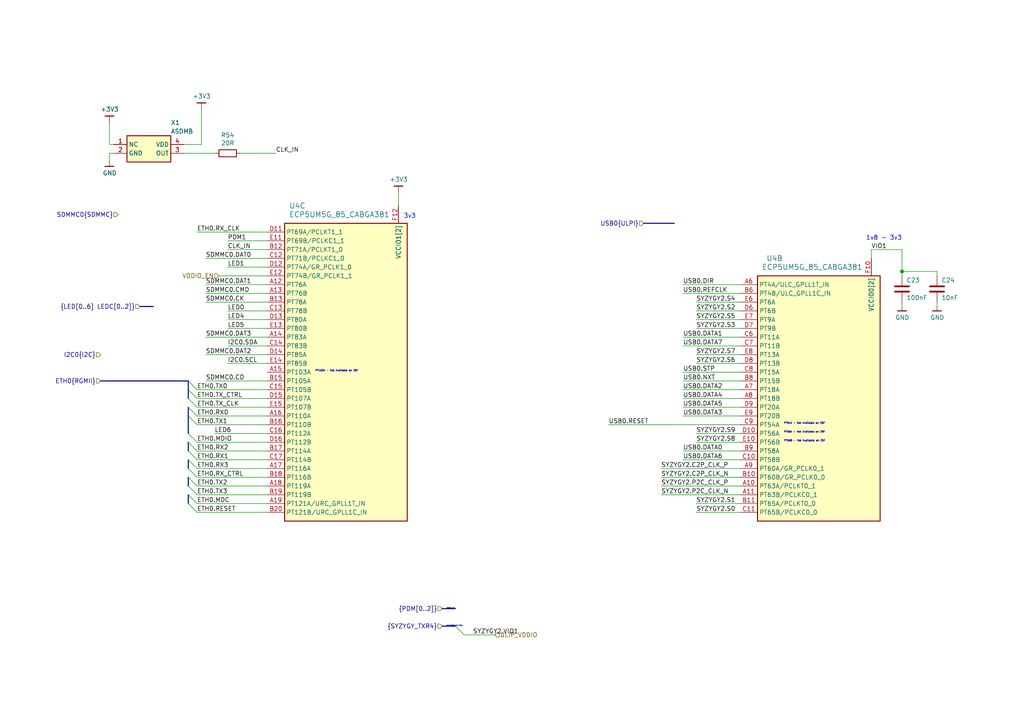
<source format=kicad_sch>
(kicad_sch (version 20200618) (host eeschema "5.99.0-unknown-73168a9~101~ubuntu18.04.1")
  (page 1 18)
  (paper "A4")
  (lib_symbols
    (symbol "Device:C" (pin_numbers hide) (pin_names (offset 0.254))
      (property "Reference" "C" (at 0.635 2.54 0))
      (property "Value" "C" (at 0.635 -2.54 0))
      (symbol "C_0_1"
        (polyline (pts (xy -2.032 -0.762) (xy 2.032 -0.762)) (stroke (width 0.508)))
        (polyline (pts (xy -2.032 0.762) (xy 2.032 0.762)) (stroke (width 0.508)))
      )
      (symbol "C_1_1"
        (pin passive line (at 0 3.81 270) (length 2.794) (name "~") (number "1"))
        (pin passive line (at 0 -3.81 90) (length 2.794) (name "~") (number "2"))
      )
    )
    (symbol "Device:R" (pin_numbers hide) (pin_names (offset 0))
      (property "Reference" "R" (at 2.032 0 90))
      (property "Value" "R" (at 0 0 90))
      (symbol "R_0_1"
        (rectangle (start -1.016 -2.54) (end 1.016 2.54) (stroke (width 0.254)))
      )
      (symbol "R_1_1"
        (pin passive line (at 0 3.81 270) (length 1.27) (name "~") (number "1"))
        (pin passive line (at 0 -3.81 90) (length 1.27) (name "~") (number "2"))
      )
    )
    (symbol "gkl_lattice:ECP5UM5G_85_CABGA381"
      (property "Reference" "U" (at 3.81 6.35 0))
      (property "Value" "ECP5UM5G_85_CABGA381" (at 3.81 3.81 0))
      (symbol "ECP5UM5G_85_CABGA381_1_1"
        (rectangle (start 5.08 16.51) (end 43.18 -11.43) (stroke (width 0.3048)) (fill (type background)))
        (pin power_in line (at 40.64 -16.51 90) (length 5.08) (name "GND[85]") (number "B14"))
        (pin power_in line (at 40.64 -16.51 90) (length 5.08) (name "GND[85]") (number "B7"))
        (pin power_in line (at 40.64 -16.51 90) (length 5.08) (name "GND[85]") (number "C19"))
        (pin power_in line (at 40.64 -16.51 90) (length 5.08) (name "GND[85]") (number "D4"))
        (pin power_in line (at 40.64 -16.51 90) (length 5.08) (name "GND[85]") (number "F13"))
        (pin power_in line (at 40.64 -16.51 90) (length 5.08) (name "GND[85]") (number "F14"))
        (pin power_in line (at 17.78 21.59 270) (length 5.08) (name "VCCAUX[4]") (number "F15"))
        (pin power_in line (at 17.78 21.59 270) (length 5.08) (name "VCCAUX[4]") (number "F6"))
        (pin power_in line (at 40.64 -16.51 90) (length 5.08) (name "GND[85]") (number "F7"))
        (pin power_in line (at 40.64 -16.51 90) (length 5.08) (name "GND[85]") (number "F8"))
        (pin power_in line (at 40.64 -16.51 90) (length 5.08) (name "GND[85]") (number "G10"))
        (pin power_in line (at 40.64 -16.51 90) (length 5.08) (name "GND[85]") (number "G11"))
        (pin power_in line (at 40.64 -16.51 90) (length 5.08) (name "GND[85]") (number "G12"))
        (pin power_in line (at 40.64 -16.51 90) (length 5.08) (name "GND[85]") (number "G13"))
        (pin power_in line (at 40.64 -16.51 90) (length 5.08) (name "GND[85]") (number "G14"))
        (pin power_in line (at 40.64 -16.51 90) (length 5.08) (name "GND[85]") (number "G15"))
        (pin power_in line (at 40.64 -16.51 90) (length 5.08) (name "GND[85]") (number "G17"))
        (pin power_in line (at 40.64 -16.51 90) (length 5.08) (name "GND[85]") (number "G4"))
        (pin power_in line (at 40.64 -16.51 90) (length 5.08) (name "GND[85]") (number "G6"))
        (pin power_in line (at 40.64 -16.51 90) (length 5.08) (name "GND[85]") (number "G7"))
        (pin power_in line (at 40.64 -16.51 90) (length 5.08) (name "GND[85]") (number "G8"))
        (pin power_in line (at 40.64 -16.51 90) (length 5.08) (name "GND[85]") (number "G9"))
        (pin power_in line (at 40.64 21.59 270) (length 5.08) (name "VCC[20]") (number "H10"))
        (pin power_in line (at 40.64 21.59 270) (length 5.08) (name "VCC[20]") (number "H11"))
        (pin power_in line (at 40.64 21.59 270) (length 5.08) (name "VCC[20]") (number "H12"))
        (pin power_in line (at 40.64 21.59 270) (length 5.08) (name "VCC[20]") (number "H13"))
        (pin power_in line (at 40.64 -16.51 90) (length 5.08) (name "GND[85]") (number "H19"))
        (pin power_in line (at 40.64 21.59 270) (length 5.08) (name "VCC[20]") (number "H8"))
        (pin power_in line (at 40.64 21.59 270) (length 5.08) (name "VCC[20]") (number "H9"))
        (pin power_in line (at 40.64 -16.51 90) (length 5.08) (name "GND[85]") (number "J10"))
        (pin power_in line (at 40.64 -16.51 90) (length 5.08) (name "GND[85]") (number "J11"))
        (pin power_in line (at 40.64 -16.51 90) (length 5.08) (name "GND[85]") (number "J12"))
        (pin power_in line (at 40.64 21.59 270) (length 5.08) (name "VCC[20]") (number "J13"))
        (pin power_in line (at 40.64 -16.51 90) (length 5.08) (name "GND[85]") (number "J14"))
        (pin power_in line (at 40.64 -16.51 90) (length 5.08) (name "GND[85]") (number "J2"))
        (pin power_in line (at 40.64 -16.51 90) (length 5.08) (name "GND[85]") (number "J7"))
        (pin power_in line (at 40.64 21.59 270) (length 5.08) (name "VCC[20]") (number "J8"))
        (pin power_in line (at 40.64 -16.51 90) (length 5.08) (name "GND[85]") (number "J9"))
        (pin power_in line (at 40.64 -16.51 90) (length 5.08) (name "GND[85]") (number "K10"))
        (pin power_in line (at 40.64 -16.51 90) (length 5.08) (name "GND[85]") (number "K11"))
        (pin power_in line (at 40.64 -16.51 90) (length 5.08) (name "GND[85]") (number "K12"))
        (pin power_in line (at 40.64 21.59 270) (length 5.08) (name "VCC[20]") (number "K13"))
        (pin power_in line (at 40.64 -16.51 90) (length 5.08) (name "GND[85]") (number "K14"))
        (pin power_in line (at 40.64 -16.51 90) (length 5.08) (name "GND[85]") (number "K15"))
        (pin power_in line (at 40.64 -16.51 90) (length 5.08) (name "GND[85]") (number "K6"))
        (pin power_in line (at 40.64 -16.51 90) (length 5.08) (name "GND[85]") (number "K7"))
        (pin power_in line (at 40.64 21.59 270) (length 5.08) (name "VCC[20]") (number "K8"))
        (pin power_in line (at 40.64 -16.51 90) (length 5.08) (name "GND[85]") (number "K9"))
        (pin power_in line (at 40.64 -16.51 90) (length 5.08) (name "GND[85]") (number "L10"))
        (pin power_in line (at 40.64 -16.51 90) (length 5.08) (name "GND[85]") (number "L11"))
        (pin power_in line (at 40.64 -16.51 90) (length 5.08) (name "GND[85]") (number "L12"))
        (pin power_in line (at 40.64 21.59 270) (length 5.08) (name "VCC[20]") (number "L13"))
        (pin power_in line (at 40.64 21.59 270) (length 5.08) (name "VCC[20]") (number "L8"))
        (pin power_in line (at 40.64 -16.51 90) (length 5.08) (name "GND[85]") (number "L9"))
        (pin power_in line (at 40.64 -16.51 90) (length 5.08) (name "GND[85]") (number "M10"))
        (pin power_in line (at 40.64 -16.51 90) (length 5.08) (name "GND[85]") (number "M11"))
        (pin power_in line (at 40.64 -16.51 90) (length 5.08) (name "GND[85]") (number "M12"))
        (pin power_in line (at 40.64 21.59 270) (length 5.08) (name "VCC[20]") (number "M13"))
        (pin power_in line (at 40.64 -16.51 90) (length 5.08) (name "GND[85]") (number "M14"))
        (pin power_in line (at 40.64 -16.51 90) (length 5.08) (name "GND[85]") (number "M16"))
        (pin power_in line (at 40.64 -16.51 90) (length 5.08) (name "GND[85]") (number "M2"))
        (pin power_in line (at 40.64 -16.51 90) (length 5.08) (name "GND[85]") (number "M7"))
        (pin power_in line (at 40.64 21.59 270) (length 5.08) (name "VCC[20]") (number "M8"))
        (pin power_in line (at 40.64 -16.51 90) (length 5.08) (name "GND[85]") (number "M9"))
        (pin power_in line (at 40.64 21.59 270) (length 5.08) (name "VCC[20]") (number "N10"))
        (pin power_in line (at 40.64 21.59 270) (length 5.08) (name "VCC[20]") (number "N11"))
        (pin power_in line (at 40.64 21.59 270) (length 5.08) (name "VCC[20]") (number "N12"))
        (pin power_in line (at 40.64 21.59 270) (length 5.08) (name "VCC[20]") (number "N13"))
        (pin power_in line (at 40.64 -16.51 90) (length 5.08) (name "GND[85]") (number "N14"))
        (pin power_in line (at 40.64 -16.51 90) (length 5.08) (name "GND[85]") (number "N15"))
        (pin power_in line (at 40.64 -16.51 90) (length 5.08) (name "GND[85]") (number "N6"))
        (pin power_in line (at 40.64 -16.51 90) (length 5.08) (name "GND[85]") (number "N7"))
        (pin power_in line (at 40.64 21.59 270) (length 5.08) (name "VCC[20]") (number "N8"))
        (pin power_in line (at 40.64 21.59 270) (length 5.08) (name "VCC[20]") (number "N9"))
        (pin power_in line (at 40.64 -16.51 90) (length 5.08) (name "GND[85]") (number "P11"))
        (pin power_in line (at 40.64 -16.51 90) (length 5.08) (name "GND[85]") (number "P12"))
        (pin power_in line (at 40.64 -16.51 90) (length 5.08) (name "GND[85]") (number "P13"))
        (pin power_in line (at 40.64 -16.51 90) (length 5.08) (name "GND[85]") (number "P14"))
        (pin power_in line (at 17.78 21.59 270) (length 5.08) (name "VCCAUX[4]") (number "P15"))
        (pin power_in line (at 17.78 21.59 270) (length 5.08) (name "VCCAUX[4]") (number "P6"))
        (pin power_in line (at 40.64 -16.51 90) (length 5.08) (name "GND[85]") (number "P7"))
        (pin power_in line (at 40.64 -16.51 90) (length 5.08) (name "GND[85]") (number "P8"))
        (pin power_in line (at 40.64 -16.51 90) (length 5.08) (name "GND[85]") (number "R19"))
        (pin power_in line (at 35.56 21.59 270) (length 5.08) (name "VCCHTX1_D0CH1") (number "T10"))
        (pin power_in line (at 33.02 21.59 270) (length 5.08) (name "VCCHTX0_D1CH0") (number "T11"))
        (pin power_in line (at 22.86 21.59 270) (length 5.08) (name "VCCHRX0_D1CH0") (number "T12"))
        (pin power_in line (at 27.94 21.59 270) (length 5.08) (name "VCCHRX1_D1CH1") (number "T13"))
        (pin power_in line (at 38.1 21.59 270) (length 5.08) (name "VCCHTX1_D1CH1") (number "T14"))
        (pin power_in line (at 10.16 21.59 270) (length 5.08) (name "VCCA1[2]") (number "T15"))
        (pin power_in line (at 7.62 21.59 270) (length 5.08) (name "VCCA0[2]") (number "T6"))
        (pin power_in line (at 30.48 21.59 270) (length 5.08) (name "VCCHTX0_D0CH0") (number "T7"))
        (pin power_in line (at 20.32 21.59 270) (length 5.08) (name "VCCHRX0_D0CH0") (number "T8"))
        (pin power_in line (at 25.4 21.59 270) (length 5.08) (name "VCCHRX1_D0CH1") (number "T9"))
        (pin power_in line (at 40.64 -16.51 90) (length 5.08) (name "GND[85]") (number "U10"))
        (pin power_in line (at 40.64 -16.51 90) (length 5.08) (name "GND[85]") (number "U11"))
        (pin power_in line (at 40.64 -16.51 90) (length 5.08) (name "GND[85]") (number "U12"))
        (pin power_in line (at 40.64 -16.51 90) (length 5.08) (name "GND[85]") (number "U13"))
        (pin power_in line (at 40.64 -16.51 90) (length 5.08) (name "GND[85]") (number "U14"))
        (pin power_in line (at 10.16 21.59 270) (length 5.08) (name "VCCA1[2]") (number "U15"))
        (pin power_in line (at 7.62 21.59 270) (length 5.08) (name "VCCA0[2]") (number "U6"))
        (pin power_in line (at 40.64 -16.51 90) (length 5.08) (name "GND[85]") (number "U7"))
        (pin power_in line (at 40.64 -16.51 90) (length 5.08) (name "GND[85]") (number "U8"))
        (pin power_in line (at 40.64 -16.51 90) (length 5.08) (name "GND[85]") (number "U9"))
        (pin power_in line (at 12.7 21.59 270) (length 5.08) (name "VCCAUXA0[2]") (number "V10"))
        (pin power_in line (at 12.7 21.59 270) (length 5.08) (name "VCCAUXA0[2]") (number "V11"))
        (pin power_in line (at 40.64 -16.51 90) (length 5.08) (name "GND[85]") (number "V12"))
        (pin power_in line (at 40.64 -16.51 90) (length 5.08) (name "GND[85]") (number "V13"))
        (pin power_in line (at 40.64 -16.51 90) (length 5.08) (name "GND[85]") (number "V14"))
        (pin power_in line (at 40.64 -16.51 90) (length 5.08) (name "GND[85]") (number "V15"))
        (pin power_in line (at 40.64 -16.51 90) (length 5.08) (name "GND[85]") (number "V16"))
        (pin power_in line (at 15.24 21.59 270) (length 5.08) (name "VCCAUXA1[2]") (number "V17"))
        (pin power_in line (at 15.24 21.59 270) (length 5.08) (name "VCCAUXA1[2]") (number "V18"))
        (pin power_in line (at 40.64 -16.51 90) (length 5.08) (name "GND[85]") (number "V19"))
        (pin power_in line (at 40.64 -16.51 90) (length 5.08) (name "GND[85]") (number "V20"))
        (pin power_in line (at 40.64 -16.51 90) (length 5.08) (name "GND[85]") (number "V5"))
        (pin power_in line (at 40.64 -16.51 90) (length 5.08) (name "GND[85]") (number "V6"))
        (pin power_in line (at 40.64 -16.51 90) (length 5.08) (name "GND[85]") (number "V7"))
        (pin power_in line (at 40.64 -16.51 90) (length 5.08) (name "GND[85]") (number "V8"))
        (pin power_in line (at 40.64 -16.51 90) (length 5.08) (name "GND[85]") (number "V9"))
        (pin bidirectional line (at 0 0 0) (length 5.08) (name "RESERVED") (number "W10"))
        (pin bidirectional line (at 0 -2.54 0) (length 5.08) (name "RESERVED") (number "W11"))
        (pin power_in line (at 40.64 -16.51 90) (length 5.08) (name "GND[85]") (number "W12"))
        (pin power_in line (at 40.64 -16.51 90) (length 5.08) (name "GND[85]") (number "W15"))
        (pin power_in line (at 40.64 -16.51 90) (length 5.08) (name "GND[85]") (number "W16"))
        (pin power_in line (at 40.64 -16.51 90) (length 5.08) (name "GND[85]") (number "W19"))
        (pin power_in line (at 40.64 -16.51 90) (length 5.08) (name "GND[85]") (number "W6"))
        (pin power_in line (at 40.64 -16.51 90) (length 5.08) (name "GND[85]") (number "W7"))
      )
      (symbol "ECP5UM5G_85_CABGA381_2_1"
        (rectangle (start 5.08 2.54) (end 40.64 -68.58) (stroke (width 0.3048)) (fill (type background)))
        (pin bidirectional line (at 0 -58.42 0) (length 5.08) (name "PT63A/PCLKT0_1") (number "A10"))
        (pin bidirectional line (at 0 -60.96 0) (length 5.08) (name "PT63B/PCLKC0_1") (number "A11"))
        (pin bidirectional line (at 0 0 0) (length 5.08) (name "PT4A/ULC_GPLL1T_IN") (number "A6"))
        (pin bidirectional line (at 0 -30.48 0) (length 5.08) (name "PT18A") (number "A7"))
        (pin bidirectional line (at 0 -33.02 0) (length 5.08) (name "PT18B") (number "A8"))
        (pin bidirectional line (at 0 -53.34 0) (length 5.08) (name "PT60A/GR_PCLK0_1") (number "A9"))
        (pin bidirectional line (at 0 -55.88 0) (length 5.08) (name "PT60B/GR_PCLK0_0") (number "B10"))
        (pin bidirectional line (at 0 -63.5 0) (length 5.08) (name "PT65A/PCLKT0_0") (number "B11"))
        (pin bidirectional line (at 0 -2.54 0) (length 5.08) (name "PT4B/ULC_GPLL1C_IN") (number "B6"))
        (pin bidirectional line (at 0 -27.94 0) (length 5.08) (name "PT15B") (number "B8"))
        (pin bidirectional line (at 0 -48.26 0) (length 5.08) (name "PT58A") (number "B9"))
        (pin bidirectional line (at 0 -50.8 0) (length 5.08) (name "PT58B") (number "C10"))
        (pin bidirectional line (at 0 -66.04 0) (length 5.08) (name "PT65B/PCLKC0_0") (number "C11"))
        (pin bidirectional line (at 0 -15.24 0) (length 5.08) (name "PT11A") (number "C6"))
        (pin bidirectional line (at 0 -17.78 0) (length 5.08) (name "PT11B") (number "C7"))
        (pin bidirectional line (at 0 -25.4 0) (length 5.08) (name "PT15A") (number "C8"))
        (pin bidirectional line (at 0 -40.64 0) (length 5.08) (name "PT54A") (number "C9"))
        (pin bidirectional line (at 0 -43.18 0) (length 5.08) (name "PT56A") (number "D10"))
        (pin bidirectional line (at 0 -7.62 0) (length 5.08) (name "PT6B") (number "D6"))
        (pin bidirectional line (at 0 -12.7 0) (length 5.08) (name "PT9B") (number "D7"))
        (pin bidirectional line (at 0 -22.86 0) (length 5.08) (name "PT13B") (number "D8"))
        (pin bidirectional line (at 0 -35.56 0) (length 5.08) (name "PT20A") (number "D9"))
        (pin bidirectional line (at 0 -45.72 0) (length 5.08) (name "PT56B") (number "E10"))
        (pin bidirectional line (at 0 -5.08 0) (length 5.08) (name "PT6A") (number "E6"))
        (pin bidirectional line (at 0 -10.16 0) (length 5.08) (name "PT9A") (number "E7"))
        (pin bidirectional line (at 0 -20.32 0) (length 5.08) (name "PT13A") (number "E8"))
        (pin bidirectional line (at 0 -38.1 0) (length 5.08) (name "PT20B") (number "E9"))
        (pin power_in line (at 38.1 7.62 270) (length 5.08) (name "VCCIO0[2]") (number "F10"))
        (pin power_in line (at 38.1 7.62 270) (length 5.08) (name "VCCIO0[2]") (number "F9"))
      )
      (symbol "ECP5UM5G_85_CABGA381_3_1"
        (rectangle (start 5.08 2.54) (end 40.64 -83.82) (stroke (width 0.3048)) (fill (type background)))
        (pin bidirectional line (at 0 -15.24 0) (length 5.08) (name "PT76A") (number "A12"))
        (pin bidirectional line (at 0 -17.78 0) (length 5.08) (name "PT76B") (number "A13"))
        (pin bidirectional line (at 0 -30.48 0) (length 5.08) (name "PT83A") (number "A14"))
        (pin bidirectional line (at 0 -40.64 0) (length 5.08) (name "PT103A") (number "A15"))
        (pin bidirectional line (at 0 -53.34 0) (length 5.08) (name "PT110A") (number "A16"))
        (pin bidirectional line (at 0 -68.58 0) (length 5.08) (name "PT116A") (number "A17"))
        (pin bidirectional line (at 0 -73.66 0) (length 5.08) (name "PT119A") (number "A18"))
        (pin bidirectional line (at 0 -78.74 0) (length 5.08) (name "PT121A/URC_GPLL1T_IN") (number "A19"))
        (pin bidirectional line (at 0 -5.08 0) (length 5.08) (name "PT71A/PCLKT1_0") (number "B12"))
        (pin bidirectional line (at 0 -20.32 0) (length 5.08) (name "PT78A") (number "B13"))
        (pin bidirectional line (at 0 -43.18 0) (length 5.08) (name "PT105A") (number "B15"))
        (pin bidirectional line (at 0 -55.88 0) (length 5.08) (name "PT110B") (number "B16"))
        (pin bidirectional line (at 0 -63.5 0) (length 5.08) (name "PT114A") (number "B17"))
        (pin bidirectional line (at 0 -71.12 0) (length 5.08) (name "PT116B") (number "B18"))
        (pin bidirectional line (at 0 -76.2 0) (length 5.08) (name "PT119B") (number "B19"))
        (pin bidirectional line (at 0 -81.28 0) (length 5.08) (name "PT121B/URC_GPLL1C_IN") (number "B20"))
        (pin bidirectional line (at 0 -7.62 0) (length 5.08) (name "PT71B/PCLKC1_0") (number "C12"))
        (pin bidirectional line (at 0 -22.86 0) (length 5.08) (name "PT78B") (number "C13"))
        (pin bidirectional line (at 0 -33.02 0) (length 5.08) (name "PT83B") (number "C14"))
        (pin bidirectional line (at 0 -45.72 0) (length 5.08) (name "PT105B") (number "C15"))
        (pin bidirectional line (at 0 -58.42 0) (length 5.08) (name "PT112A") (number "C16"))
        (pin bidirectional line (at 0 -66.04 0) (length 5.08) (name "PT114B") (number "C17"))
        (pin bidirectional line (at 0 0 0) (length 5.08) (name "PT69A/PCLKT1_1") (number "D11"))
        (pin bidirectional line (at 0 -10.16 0) (length 5.08) (name "PT74A/GR_PCLK1_0") (number "D12"))
        (pin bidirectional line (at 0 -25.4 0) (length 5.08) (name "PT80A") (number "D13"))
        (pin bidirectional line (at 0 -35.56 0) (length 5.08) (name "PT85A") (number "D14"))
        (pin bidirectional line (at 0 -48.26 0) (length 5.08) (name "PT107A") (number "D15"))
        (pin bidirectional line (at 0 -60.96 0) (length 5.08) (name "PT112B") (number "D16"))
        (pin bidirectional line (at 0 -2.54 0) (length 5.08) (name "PT69B/PCLKC1_1") (number "E11"))
        (pin bidirectional line (at 0 -12.7 0) (length 5.08) (name "PT74B/GR_PCLK1_1") (number "E12"))
        (pin bidirectional line (at 0 -27.94 0) (length 5.08) (name "PT80B") (number "E13"))
        (pin bidirectional line (at 0 -38.1 0) (length 5.08) (name "PT85B") (number "E14"))
        (pin bidirectional line (at 0 -50.8 0) (length 5.08) (name "PT107B") (number "E15"))
        (pin power_in line (at 38.1 7.62 270) (length 5.08) (name "VCCIO1[2]") (number "F11"))
        (pin power_in line (at 38.1 7.62 270) (length 5.08) (name "VCCIO1[2]") (number "F12"))
      )
      (symbol "ECP5UM5G_85_CABGA381_4_1"
        (rectangle (start 5.08 2.54) (end 40.64 -86.36) (stroke (width 0.3048)) (fill (type background)))
        (pin bidirectional line (at 0 0 0) (length 5.08) (name "PR11A/URC_GPLL0T_IN/RDQ17") (number "C18"))
        (pin bidirectional line (at 0 -45.72 0) (length 5.08) (name "PR35A/RDQ41") (number "C20"))
        (pin bidirectional line (at 0 -2.54 0) (length 5.08) (name "PR11B/URC_GPLL0C_IN/RDQ17") (number "D17"))
        (pin bidirectional line (at 0 -10.16 0) (length 5.08) (name "PR14A/RDQ17") (number "D18"))
        (pin bidirectional line (at 0 -48.26 0) (length 5.08) (name "PR35B/RDQ41") (number "D19"))
        (pin bidirectional line (at 0 -50.8 0) (length 5.08) (name "PR35C/VREF1_2/RDQ41") (number "D20"))
        (pin bidirectional line (at 0 -5.08 0) (length 5.08) (name "PR11C/RDQ17") (number "E16"))
        (pin bidirectional line (at 0 -12.7 0) (length 5.08) (name "PR14B/RDQ17") (number "E17"))
        (pin bidirectional line (at 0 -15.24 0) (length 5.08) (name "PR14C/RDQ17") (number "E18"))
        (pin bidirectional line (at 0 -53.34 0) (length 5.08) (name "PR35D/RDQ41") (number "E19"))
        (pin bidirectional line (at 0 -55.88 0) (length 5.08) (name "PR38A/RDQ41") (number "E20"))
        (pin bidirectional line (at 0 -7.62 0) (length 5.08) (name "PR11D/RDQ17") (number "F16"))
        (pin bidirectional line (at 0 -20.32 0) (length 5.08) (name "PR17A/RDQS17") (number "F17"))
        (pin bidirectional line (at 0 -17.78 0) (length 5.08) (name "PR14D/RDQ17") (number "F18"))
        (pin bidirectional line (at 0 -58.42 0) (length 5.08) (name "PR38B/RDQ41") (number "F19"))
        (pin bidirectional line (at 0 -60.96 0) (length 5.08) (name "PR38C/RDQ41") (number "F20"))
        (pin bidirectional line (at 0 -25.4 0) (length 5.08) (name "PR17C/RDQ17") (number "G16"))
        (pin bidirectional line (at 0 -22.86 0) (length 5.08) (name "PR17B/RDQSN17") (number "G18"))
        (pin bidirectional line (at 0 -66.04 0) (length 5.08) (name "PR41A/GR_PCLK2_1/RDQS41") (number "G19"))
        (pin bidirectional line (at 0 -63.5 0) (length 5.08) (name "PR38D/RDQ41") (number "G20"))
        (pin power_in line (at 38.1 7.62 270) (length 5.08) (name "VCCIO2[3]") (number "H14"))
        (pin power_in line (at 38.1 7.62 270) (length 5.08) (name "VCCIO2[3]") (number "H15"))
        (pin bidirectional line (at 0 -27.94 0) (length 5.08) (name "PR17D/RDQ17") (number "H16"))
        (pin bidirectional line (at 0 -33.02 0) (length 5.08) (name "PR20B/RDQ17") (number "H17"))
        (pin bidirectional line (at 0 -30.48 0) (length 5.08) (name "PR20A/RDQ17") (number "H18"))
        (pin bidirectional line (at 0 -68.58 0) (length 5.08) (name "PR41B/RDQSN41") (number "H20"))
        (pin power_in line (at 38.1 7.62 270) (length 5.08) (name "VCCIO2[3]") (number "J15"))
        (pin bidirectional line (at 0 -38.1 0) (length 5.08) (name "PR20D/RDQ17") (number "J16"))
        (pin bidirectional line (at 0 -35.56 0) (length 5.08) (name "PR20C/RDQ17") (number "J17"))
        (pin bidirectional line (at 0 -71.12 0) (length 5.08) (name "PR41C/GR_PCLK2_0/RDQ41") (number "J18"))
        (pin bidirectional line (at 0 -76.2 0) (length 5.08) (name "PR44A/PCLKT2_1/RDQ41") (number "J19"))
        (pin bidirectional line (at 0 -81.28 0) (length 5.08) (name "PR44C/PCLKT2_0/RDQ41") (number "J20"))
        (pin bidirectional line (at 0 -40.64 0) (length 5.08) (name "PR29A/RDQS29") (number "K16"))
        (pin bidirectional line (at 0 -43.18 0) (length 5.08) (name "PR29B/RDQSN29") (number "K17"))
        (pin bidirectional line (at 0 -73.66 0) (length 5.08) (name "PR41D/RDQ41") (number "K18"))
        (pin bidirectional line (at 0 -78.74 0) (length 5.08) (name "PR44B/PCLKC2_1/RDQ41") (number "K19"))
        (pin bidirectional line (at 0 -83.82 0) (length 5.08) (name "PR44D/PCLKC2_0/RDQ41") (number "K20"))
      )
      (symbol "ECP5UM5G_85_CABGA381_5_1"
        (rectangle (start 5.08 2.54) (end 40.64 -83.82) (stroke (width 0.3048)) (fill (type background)))
        (pin power_in line (at 38.1 7.62 270) (length 5.08) (name "VCCIO3[3]") (number "L14"))
        (pin power_in line (at 38.1 7.62 270) (length 5.08) (name "VCCIO3[3]") (number "L15"))
        (pin bidirectional line (at 0 -10.16 0) (length 5.08) (name "PR50A/GR_PCLK3_0/RDQ53") (number "L16"))
        (pin bidirectional line (at 0 -12.7 0) (length 5.08) (name "PR50B/RDQ53") (number "L17"))
        (pin bidirectional line (at 0 -15.24 0) (length 5.08) (name "PR50C/GR_PCLK3_1/RDQ53") (number "L18"))
        (pin bidirectional line (at 0 -5.08 0) (length 5.08) (name "PR47C/PCLKT3_0/RDQ53") (number "L19"))
        (pin bidirectional line (at 0 0 0) (length 5.08) (name "PR47A/PCLKT3_1/RDQ53") (number "L20"))
        (pin power_in line (at 38.1 7.62 270) (length 5.08) (name "VCCIO3[3]") (number "M15"))
        (pin bidirectional line (at 0 -22.86 0) (length 5.08) (name "PR53B/RDQSN53") (number "M17"))
        (pin bidirectional line (at 0 -17.78 0) (length 5.08) (name "PR50D/RDQ53") (number "M18"))
        (pin bidirectional line (at 0 -7.62 0) (length 5.08) (name "PR47D/PCLKC3_0/RDQ53") (number "M19"))
        (pin bidirectional line (at 0 -2.54 0) (length 5.08) (name "PR47B/PCLKC3_1/RDQ53") (number "M20"))
        (pin bidirectional line (at 0 -20.32 0) (length 5.08) (name "PR53A/RDQS53") (number "N16"))
        (pin bidirectional line (at 0 -30.48 0) (length 5.08) (name "PR56A/RDQ53") (number "N17"))
        (pin bidirectional line (at 0 -25.4 0) (length 5.08) (name "PR53C/RDQ53") (number "N18"))
        (pin bidirectional line (at 0 -43.18 0) (length 5.08) (name "PR83A/RDQ89") (number "N19"))
        (pin bidirectional line (at 0 -45.72 0) (length 5.08) (name "PR83B/RDQ89") (number "N20"))
        (pin bidirectional line (at 0 -33.02 0) (length 5.08) (name "PR56B/VREF1_3/RDQ53") (number "P16"))
        (pin bidirectional line (at 0 -27.94 0) (length 5.08) (name "PR53D/RDQ53") (number "P17"))
        (pin bidirectional line (at 0 -50.8 0) (length 5.08) (name "PR83D/RDQ89") (number "P18"))
        (pin bidirectional line (at 0 -48.26 0) (length 5.08) (name "PR83C/RDQ89") (number "P19"))
        (pin bidirectional line (at 0 -53.34 0) (length 5.08) (name "PR86A/RDQ89") (number "P20"))
        (pin bidirectional line (at 0 -35.56 0) (length 5.08) (name "PR56C/RDQ53") (number "R16"))
        (pin bidirectional line (at 0 -38.1 0) (length 5.08) (name "PR56D/RDQ53") (number "R17"))
        (pin bidirectional line (at 0 -66.04 0) (length 5.08) (name "PR89B/RDQSN89") (number "R18"))
        (pin bidirectional line (at 0 -55.88 0) (length 5.08) (name "PR86B/RDQ89") (number "R20"))
        (pin bidirectional line (at 0 -40.64 0) (length 5.08) (name "PR77A/RDQS77") (number "T16"))
        (pin bidirectional line (at 0 -81.28 0) (length 5.08) (name "PR92D/LRC_GPLL0C_IN/RDQ89") (number "T17"))
        (pin bidirectional line (at 0 -71.12 0) (length 5.08) (name "PR89D/RDQ89") (number "T18"))
        (pin bidirectional line (at 0 -63.5 0) (length 5.08) (name "PR89A/RDQS89") (number "T19"))
        (pin bidirectional line (at 0 -58.42 0) (length 5.08) (name "PR86C/RDQ89") (number "T20"))
        (pin bidirectional line (at 0 -78.74 0) (length 5.08) (name "PR92C/LRC_GPLL0T_IN/RDQ89") (number "U16"))
        (pin bidirectional line (at 0 -76.2 0) (length 5.08) (name "PR92B/RDQ89") (number "U17"))
        (pin bidirectional line (at 0 -73.66 0) (length 5.08) (name "PR92A/RDQ89") (number "U18"))
        (pin bidirectional line (at 0 -68.58 0) (length 5.08) (name "PR89C/RDQ89") (number "U19"))
        (pin bidirectional line (at 0 -60.96 0) (length 5.08) (name "PR86D/RDQ89") (number "U20"))
      )
      (symbol "ECP5UM5G_85_CABGA381_6_1"
        (rectangle (start 5.08 2.54) (end 40.64 -83.82) (stroke (width 0.3048)) (fill (type background)))
        (pin bidirectional line (at 0 -2.54 0) (length 5.08) (name "PL47B/PCLKC6_1/LDQ53") (number "F1"))
        (pin bidirectional line (at 0 -7.62 0) (length 5.08) (name "PL47D/PCLKC6_0/LDQ53") (number "G1"))
        (pin bidirectional line (at 0 0 0) (length 5.08) (name "PL47A/PCLKT6_1/LDQ53") (number "G2"))
        (pin bidirectional line (at 0 -25.4 0) (length 5.08) (name "PL53C/LDQ53") (number "H1"))
        (pin bidirectional line (at 0 -5.08 0) (length 5.08) (name "PL47C/PCLKT6_0/LDQ53") (number "H2"))
        (pin bidirectional line (at 0 -22.86 0) (length 5.08) (name "PL53B/LDQSN53") (number "J1"))
        (pin bidirectional line (at 0 -15.24 0) (length 5.08) (name "PL50C/GR_PCLK6_1/LDQ53") (number "J3"))
        (pin bidirectional line (at 0 -10.16 0) (length 5.08) (name "PL50A/GR_PCLK6_0/LDQ53") (number "J4"))
        (pin bidirectional line (at 0 -12.7 0) (length 5.08) (name "PL50B/LDQ53") (number "J5"))
        (pin bidirectional line (at 0 -27.94 0) (length 5.08) (name "PL53D/LDQ53") (number "K1"))
        (pin bidirectional line (at 0 -20.32 0) (length 5.08) (name "PL53A/LDQS53") (number "K2"))
        (pin bidirectional line (at 0 -17.78 0) (length 5.08) (name "PL50D/LDQ53") (number "K3"))
        (pin bidirectional line (at 0 -30.48 0) (length 5.08) (name "PL56A/LDQ53") (number "K4"))
        (pin bidirectional line (at 0 -33.02 0) (length 5.08) (name "PL56B/VREF1_6/LDQ53") (number "K5"))
        (pin bidirectional line (at 0 -68.58 0) (length 5.08) (name "PL89C/LDQ89") (number "L1"))
        (pin bidirectional line (at 0 -60.96 0) (length 5.08) (name "PL86D/LDQ89") (number "L2"))
        (pin bidirectional line (at 0 -58.42 0) (length 5.08) (name "PL86C/LDQ89") (number "L3"))
        (pin bidirectional line (at 0 -35.56 0) (length 5.08) (name "PL56C/LDQ53") (number "L4"))
        (pin bidirectional line (at 0 -38.1 0) (length 5.08) (name "PL56D/LDQ53") (number "L5"))
        (pin power_in line (at 38.1 7.62 270) (length 5.08) (name "VCCIO6[3]") (number "L6"))
        (pin power_in line (at 38.1 7.62 270) (length 5.08) (name "VCCIO6[3]") (number "L7"))
        (pin bidirectional line (at 0 -66.04 0) (length 5.08) (name "PL89B/LDQSN89") (number "M1"))
        (pin bidirectional line (at 0 -55.88 0) (length 5.08) (name "PL86B/LDQ89") (number "M3"))
        (pin bidirectional line (at 0 -43.18 0) (length 5.08) (name "PL83A/LDQ89") (number "M4"))
        (pin bidirectional line (at 0 -40.64 0) (length 5.08) (name "PL77A/LDQS77") (number "M5"))
        (pin power_in line (at 38.1 7.62 270) (length 5.08) (name "VCCIO6[3]") (number "M6"))
        (pin bidirectional line (at 0 -71.12 0) (length 5.08) (name "PL89D/LDQ89") (number "N1"))
        (pin bidirectional line (at 0 -63.5 0) (length 5.08) (name "PL89A/LDQS89") (number "N2"))
        (pin bidirectional line (at 0 -53.34 0) (length 5.08) (name "PL86A/LDQ89") (number "N3"))
        (pin bidirectional line (at 0 -48.26 0) (length 5.08) (name "PL83C/LDQ89") (number "N4"))
        (pin bidirectional line (at 0 -45.72 0) (length 5.08) (name "PL83B/LDQ89") (number "N5"))
        (pin bidirectional line (at 0 -73.66 0) (length 5.08) (name "PL92A/LDQ89") (number "P1"))
        (pin bidirectional line (at 0 -76.2 0) (length 5.08) (name "PL92B/LDQ89") (number "P2"))
        (pin bidirectional line (at 0 -78.74 0) (length 5.08) (name "PL92C/LLC_GPLL0T_IN/LDQ89") (number "P3"))
        (pin bidirectional line (at 0 -81.28 0) (length 5.08) (name "PL92D/LLC_GPLL0C_IN/LDQ89") (number "P4"))
        (pin bidirectional line (at 0 -50.8 0) (length 5.08) (name "PL83D/LDQ89") (number "P5"))
      )
      (symbol "ECP5UM5G_85_CABGA381_7_1"
        (rectangle (start 5.08 2.54) (end 40.64 -81.28) (stroke (width 0.3048)) (fill (type background)))
        (pin bidirectional line (at 0 -40.64 0) (length 5.08) (name "PL35A/LDQ41") (number "A2"))
        (pin bidirectional line (at 0 -15.24 0) (length 5.08) (name "PL14C/LDQ17") (number "A3"))
        (pin bidirectional line (at 0 0 0) (length 5.08) (name "PL11A/ULC_GPLL0T_IN/LDQ17") (number "A4"))
        (pin bidirectional line (at 0 -2.54 0) (length 5.08) (name "PL11B/ULC_GPLL0C_IN/LDQ17") (number "A5"))
        (pin bidirectional line (at 0 -43.18 0) (length 5.08) (name "PL35B/LDQ41") (number "B1"))
        (pin bidirectional line (at 0 -45.72 0) (length 5.08) (name "PL35C/VREF1_7/LDQ41") (number "B2"))
        (pin bidirectional line (at 0 -17.78 0) (length 5.08) (name "PL14D/LDQ17") (number "B3"))
        (pin bidirectional line (at 0 -12.7 0) (length 5.08) (name "PL14B/LDQ17") (number "B4"))
        (pin bidirectional line (at 0 -5.08 0) (length 5.08) (name "PL11C/LDQ17") (number "B5"))
        (pin bidirectional line (at 0 -50.8 0) (length 5.08) (name "PL38A/LDQ41") (number "C1"))
        (pin bidirectional line (at 0 -48.26 0) (length 5.08) (name "PL35D/LDQ41") (number "C2"))
        (pin bidirectional line (at 0 -25.4 0) (length 5.08) (name "PL17C/LDQ17") (number "C3"))
        (pin bidirectional line (at 0 -10.16 0) (length 5.08) (name "PL14A/LDQ17") (number "C4"))
        (pin bidirectional line (at 0 -7.62 0) (length 5.08) (name "PL11D/LDQ17") (number "C5"))
        (pin bidirectional line (at 0 -53.34 0) (length 5.08) (name "PL38B/LDQ41") (number "D1"))
        (pin bidirectional line (at 0 -55.88 0) (length 5.08) (name "PL38C/LDQ41") (number "D2"))
        (pin bidirectional line (at 0 -27.94 0) (length 5.08) (name "PL17D/LDQ17") (number "D3"))
        (pin bidirectional line (at 0 -22.86 0) (length 5.08) (name "PL17B/LDQSN17") (number "D5"))
        (pin bidirectional line (at 0 -58.42 0) (length 5.08) (name "PL38D/LDQ41") (number "E1"))
        (pin bidirectional line (at 0 -78.74 0) (length 5.08) (name "PL44D/PCLKC7_0/LDQ41") (number "E2"))
        (pin bidirectional line (at 0 -33.02 0) (length 5.08) (name "PL20B/LDQ17") (number "E3"))
        (pin bidirectional line (at 0 -20.32 0) (length 5.08) (name "PL17A/LDQS17") (number "E4"))
        (pin bidirectional line (at 0 -35.56 0) (length 5.08) (name "PL20C/LDQ17") (number "E5"))
        (pin bidirectional line (at 0 -76.2 0) (length 5.08) (name "PL44C/PCLKT7_0/LDQ41") (number "F2"))
        (pin bidirectional line (at 0 -73.66 0) (length 5.08) (name "PL44B/PCLKC7_1/LDQ41") (number "F3"))
        (pin bidirectional line (at 0 -30.48 0) (length 5.08) (name "PL20A/LDQ17") (number "F4"))
        (pin bidirectional line (at 0 -38.1 0) (length 5.08) (name "PL20D/LDQ17") (number "F5"))
        (pin bidirectional line (at 0 -71.12 0) (length 5.08) (name "PL44A/PCLKT7_1/LDQ41") (number "G3"))
        (pin bidirectional line (at 0 -63.5 0) (length 5.08) (name "PL41B/LDQSN41") (number "G5"))
        (pin bidirectional line (at 0 -68.58 0) (length 5.08) (name "PL41D/LDQ41") (number "H3"))
        (pin bidirectional line (at 0 -60.96 0) (length 5.08) (name "PL41A/GR_PCLK7_1/LDQS41") (number "H4"))
        (pin bidirectional line (at 0 -66.04 0) (length 5.08) (name "PL41C/GR_PCLK7_0/LDQ41") (number "H5"))
        (pin power_in line (at 38.1 7.62 270) (length 5.08) (name "VCCIO7[3]") (number "H6"))
        (pin power_in line (at 38.1 7.62 270) (length 5.08) (name "VCCIO7[3]") (number "H7"))
        (pin power_in line (at 38.1 7.62 270) (length 5.08) (name "VCCIO7[3]") (number "J6"))
      )
      (symbol "ECP5UM5G_85_CABGA381_8_1"
        (rectangle (start 5.08 2.54) (end 45.72 -50.8) (stroke (width 0.3048)) (fill (type background)))
        (pin power_in line (at 43.18 7.62 270) (length 5.08) (name "VCCIO8[2]") (number "P10"))
        (pin power_in line (at 43.18 7.62 270) (length 5.08) (name "VCCIO8[2]") (number "P9"))
        (pin bidirectional line (at 0 -15.24 0) (length 5.08) (name "PB4A/D7/IO7") (number "R1"))
        (pin bidirectional line (at 0 -40.64 0) (length 5.08) (name "PB15A/HOLDN/DI/BUSY/CSSPIN/CEN") (number "R2"))
        (pin bidirectional line (at 0 -43.18 0) (length 5.08) (name "PB15B/DOUT/CSON") (number "R3"))
        (pin bidirectional line (at 0 -7.62 0) (length 5.08) (name "CFG_2") (number "R4"))
        (pin bidirectional line (at 0 -17.78 0) (length 5.08) (name "PB4B/D6/IO6") (number "T1"))
        (pin bidirectional line (at 0 -35.56 0) (length 5.08) (name "PB13A/SN/CSN") (number "T2"))
        (pin bidirectional line (at 0 -45.72 0) (length 5.08) (name "PB18A/WRITEN") (number "T3"))
        (pin bidirectional line (at 0 -5.08 0) (length 5.08) (name "CFG_1") (number "T4"))
        (pin bidirectional line (at 0 -20.32 0) (length 5.08) (name "PB6A/D5/MISO2/IO5") (number "U1"))
        (pin bidirectional line (at 0 -38.1 0) (length 5.08) (name "PB13B/CS1N") (number "U2"))
        (pin bidirectional line (at 0 0 0) (length 5.08) (name "CCLK/MCLK/SCK") (number "U3"))
        (pin bidirectional line (at 0 -2.54 0) (length 5.08) (name "CFG_0") (number "U4"))
        (pin bidirectional line (at 0 -22.86 0) (length 5.08) (name "PB6B/D4/MOSI2/IO4") (number "V1"))
        (pin bidirectional line (at 0 -30.48 0) (length 5.08) (name "PB11A/D1/MISO/IO1") (number "V2"))
        (pin bidirectional line (at 0 -12.7 0) (length 5.08) (name "INITN") (number "V3"))
        (pin bidirectional line (at 0 -25.4 0) (length 5.08) (name "PB9A/D3/IO3") (number "W1"))
        (pin bidirectional line (at 0 -33.02 0) (length 5.08) (name "PB11B/D0/MOSI/IO0") (number "W2"))
        (pin bidirectional line (at 0 -48.26 0) (length 5.08) (name "PROGRAMN") (number "W3"))
        (pin bidirectional line (at 0 -27.94 0) (length 5.08) (name "PB9B/D2/IO2") (number "Y2"))
        (pin bidirectional line (at 0 -10.16 0) (length 5.08) (name "DONE") (number "Y3"))
      )
      (symbol "ECP5UM5G_85_CABGA381_9_1"
        (rectangle (start 5.08 2.54) (end 12.7 -10.16) (stroke (width 0.3048)) (fill (type background)))
        (pin bidirectional line (at 0 -2.54 0) (length 5.08) (name "TDI") (number "R5"))
        (pin bidirectional line (at 0 0 0) (length 5.08) (name "TCK") (number "T5"))
        (pin bidirectional line (at 0 -7.62 0) (length 5.08) (name "TMS") (number "U5"))
        (pin bidirectional line (at 0 -5.08 0) (length 5.08) (name "TDO") (number "V4"))
      )
      (symbol "ECP5UM5G_85_CABGA381_10_1"
        (rectangle (start 5.08 5.08) (end 27.94 -27.94) (stroke (width 0.3048)) (fill (type background)))
        (pin bidirectional line (at 0 -10.16 0) (length 5.08) (name "HDTXP0_D0CH0") (number "W4"))
        (pin bidirectional line (at 0 -12.7 0) (length 5.08) (name "HDTXN0_D0CH0") (number "W5"))
        (pin bidirectional line (at 0 -15.24 0) (length 5.08) (name "HDTXP0_D0CH1") (number "W8"))
        (pin bidirectional line (at 0 -17.78 0) (length 5.08) (name "HDTXN0_D0CH1") (number "W9"))
        (pin bidirectional line (at 0 -22.86 0) (length 5.08) (name "REFCLKP_D0") (number "Y11"))
        (pin bidirectional line (at 0 -25.4 0) (length 5.08) (name "REFCLKN_D0") (number "Y12"))
        (pin bidirectional line (at 0 2.54 0) (length 5.08) (name "HDRXP0_D0CH0") (number "Y5"))
        (pin bidirectional line (at 0 0 0) (length 5.08) (name "HDRXN0_D0CH0") (number "Y6"))
        (pin bidirectional line (at 0 -2.54 0) (length 5.08) (name "HDRXP0_D0CH1") (number "Y7"))
        (pin bidirectional line (at 0 -5.08 0) (length 5.08) (name "HDRXN0_D0CH1") (number "Y8"))
      )
      (symbol "ECP5UM5G_85_CABGA381_11_1"
        (rectangle (start 5.08 5.08) (end 27.94 -27.94) (stroke (width 0.3048)) (fill (type background)))
        (pin bidirectional line (at 0 -10.16 0) (length 5.08) (name "HDTXP0_D1CH0") (number "W13"))
        (pin bidirectional line (at 0 -12.7 0) (length 5.08) (name "HDTXN0_D1CH0") (number "W14"))
        (pin bidirectional line (at 0 -15.24 0) (length 5.08) (name "HDTXP0_D1CH1") (number "W17"))
        (pin bidirectional line (at 0 -17.78 0) (length 5.08) (name "HDTXN0_D1CH1") (number "W18"))
        (pin bidirectional line (at 0 -25.4 0) (length 5.08) (name "REFCLKN_D1") (number "W20"))
        (pin bidirectional line (at 0 2.54 0) (length 5.08) (name "HDRXP0_D1CH0") (number "Y14"))
        (pin bidirectional line (at 0 0 0) (length 5.08) (name "HDRXN0_D1CH0") (number "Y15"))
        (pin bidirectional line (at 0 -2.54 0) (length 5.08) (name "HDRXP0_D1CH1") (number "Y16"))
        (pin bidirectional line (at 0 -5.08 0) (length 5.08) (name "HDRXN0_D1CH1") (number "Y17"))
        (pin bidirectional line (at 0 -22.86 0) (length 5.08) (name "REFCLKP_D1") (number "Y19"))
      )
    )
    (symbol "gkl_power:+3V3" (power) (pin_names (offset 0))
      (property "Value" "+3V3" (at 0 3.556 0))
      (symbol "+3V3_0_1"
        (polyline (pts (xy -1.27 1.905) (xy 1.27 1.905)) (stroke (width 0.3048)))
        (polyline (pts (xy 0 0) (xy 0 1.905)))
      )
      (symbol "+3V3_1_1"
        (pin power_in line (at 0 0 90) (length 0) hide (name "+3V3") (number "1"))
      )
    )
    (symbol "gkl_power:GND" (power) (pin_names (offset 0))
      (property "Value" "GND" (at 0 -2.54 0))
      (symbol "GND_0_1"
        (polyline (pts (xy 0 -1.27) (xy 0 0)))
        (polyline (pts (xy 1.27 -1.27) (xy -1.27 -1.27)) (stroke (width 0.3048)))
      )
      (symbol "GND_1_1"
        (pin power_in line (at 0 0 270) (length 0) hide (name "GND") (number "1"))
      )
    )
    (symbol "gkl_time:TYETBCSANF-32.000000"
      (property "Reference" "OSC" (at 0 7.62 0))
      (property "Value" "TYETBCSANF-32.000000" (at 0 5.08 0))
      (symbol "TYETBCSANF-32.000000_0_1"
        (rectangle (start -6.35 3.81) (end 6.35 -3.81) (stroke (width 0.3048)) (fill (type background)))
      )
      (symbol "TYETBCSANF-32.000000_1_1"
        (pin input line (at -10.16 1.27 0) (length 3.81) (name "NC") (number "1"))
        (pin input line (at -10.16 -1.27 0) (length 3.81) (name "GND") (number "2"))
        (pin input line (at 10.16 -1.27 180) (length 3.81) (name "OUT") (number "3"))
        (pin input line (at 10.16 1.27 180) (length 3.81) (name "VDD") (number "4"))
      )
    )
  )
  (junction (at 261.62 78.74))
  (bus_entry (at 57.15 113.03) (size -2.54 -2.54) (stroke (width 0.1524)))
  (bus_entry (at 57.15 115.57) (size -2.54 -2.54) (stroke (width 0.1524)))
  (bus_entry (at 57.15 118.11) (size -2.54 -2.54) (stroke (width 0.1524)))
  (bus_entry (at 57.15 120.65) (size -2.54 -2.54) (stroke (width 0.1524)))
  (bus_entry (at 57.15 123.19) (size -2.54 -2.54) (stroke (width 0.1524)))
  (bus_entry (at 57.15 128.27) (size -2.54 -2.54) (stroke (width 0.1524)))
  (bus_entry (at 57.15 130.81) (size -2.54 -2.54) (stroke (width 0.1524)))
  (bus_entry (at 57.15 133.35) (size -2.54 -2.54) (stroke (width 0.1524)))
  (bus_entry (at 57.15 135.89) (size -2.54 -2.54) (stroke (width 0.1524)))
  (bus_entry (at 57.15 138.43) (size -2.54 -2.54) (stroke (width 0.1524)))
  (bus_entry (at 57.15 140.97) (size -2.54 -2.54) (stroke (width 0.1524)))
  (bus_entry (at 57.15 143.51) (size -2.54 -2.54) (stroke (width 0.1524)))
  (bus_entry (at 57.15 146.05) (size -2.54 -2.54) (stroke (width 0.1524)))
  (bus_entry (at 57.15 148.59) (size -2.54 -2.54) (stroke (width 0.1524)))
  (bus_entry (at 132.08 181.61) (size 2.54 2.54) (stroke (width 0.1524)))
  (wire (pts (xy 31.75 41.91) (xy 31.75 35.56)))
  (wire (pts (xy 31.75 44.45) (xy 33.02 44.45)))
  (wire (pts (xy 31.75 46.99) (xy 31.75 44.45)))
  (wire (pts (xy 33.02 41.91) (xy 31.75 41.91)))
  (wire (pts (xy 53.34 44.45) (xy 62.23 44.45)))
  (wire (pts (xy 57.15 67.31) (xy 77.47 67.31)))
  (wire (pts (xy 57.15 113.03) (xy 77.47 113.03)))
  (wire (pts (xy 57.15 115.57) (xy 77.47 115.57)))
  (wire (pts (xy 57.15 118.11) (xy 77.47 118.11)))
  (wire (pts (xy 57.15 120.65) (xy 77.47 120.65)))
  (wire (pts (xy 57.15 123.19) (xy 77.47 123.19)))
  (wire (pts (xy 57.15 128.27) (xy 77.47 128.27)))
  (wire (pts (xy 57.15 130.81) (xy 77.47 130.81)))
  (wire (pts (xy 57.15 133.35) (xy 77.47 133.35)))
  (wire (pts (xy 57.15 135.89) (xy 77.47 135.89)))
  (wire (pts (xy 57.15 138.43) (xy 77.47 138.43)))
  (wire (pts (xy 57.15 140.97) (xy 77.47 140.97)))
  (wire (pts (xy 57.15 143.51) (xy 77.47 143.51)))
  (wire (pts (xy 57.15 146.05) (xy 77.47 146.05)))
  (wire (pts (xy 57.15 148.59) (xy 77.47 148.59)))
  (wire (pts (xy 58.42 41.91) (xy 53.34 41.91)))
  (wire (pts (xy 58.42 41.91) (xy 58.42 31.75)))
  (wire (pts (xy 59.69 74.93) (xy 77.47 74.93)))
  (wire (pts (xy 59.69 82.55) (xy 77.47 82.55)))
  (wire (pts (xy 59.69 85.09) (xy 77.47 85.09)))
  (wire (pts (xy 59.69 87.63) (xy 77.47 87.63)))
  (wire (pts (xy 59.69 97.79) (xy 77.47 97.79)))
  (wire (pts (xy 59.69 102.87) (xy 77.47 102.87)))
  (wire (pts (xy 59.69 110.49) (xy 77.47 110.49)))
  (wire (pts (xy 62.23 125.73) (xy 77.47 125.73)))
  (wire (pts (xy 63.5 80.01) (xy 77.47 80.01)))
  (wire (pts (xy 66.04 69.85) (xy 77.47 69.85)))
  (wire (pts (xy 66.04 72.39) (xy 77.47 72.39)))
  (wire (pts (xy 66.04 77.47) (xy 77.47 77.47)))
  (wire (pts (xy 66.04 90.17) (xy 77.47 90.17)))
  (wire (pts (xy 66.04 92.71) (xy 77.47 92.71)))
  (wire (pts (xy 66.04 95.25) (xy 77.47 95.25)))
  (wire (pts (xy 66.04 100.33) (xy 77.47 100.33)))
  (wire (pts (xy 66.04 105.41) (xy 77.47 105.41)))
  (wire (pts (xy 69.85 44.45) (xy 80.01 44.45)))
  (wire (pts (xy 115.57 55.88) (xy 115.57 59.69)))
  (wire (pts (xy 134.62 184.15) (xy 143.51 184.15)))
  (wire (pts (xy 176.53 123.19) (xy 214.63 123.19)))
  (wire (pts (xy 191.77 135.89) (xy 214.63 135.89)))
  (wire (pts (xy 191.77 138.43) (xy 214.63 138.43)))
  (wire (pts (xy 191.77 140.97) (xy 214.63 140.97)))
  (wire (pts (xy 191.77 143.51) (xy 214.63 143.51)))
  (wire (pts (xy 198.12 82.55) (xy 214.63 82.55)))
  (wire (pts (xy 198.12 85.09) (xy 214.63 85.09)))
  (wire (pts (xy 198.12 97.79) (xy 214.63 97.79)))
  (wire (pts (xy 198.12 100.33) (xy 214.63 100.33)))
  (wire (pts (xy 198.12 107.95) (xy 214.63 107.95)))
  (wire (pts (xy 198.12 110.49) (xy 214.63 110.49)))
  (wire (pts (xy 198.12 113.03) (xy 214.63 113.03)))
  (wire (pts (xy 198.12 115.57) (xy 214.63 115.57)))
  (wire (pts (xy 198.12 118.11) (xy 214.63 118.11)))
  (wire (pts (xy 198.12 120.65) (xy 214.63 120.65)))
  (wire (pts (xy 198.12 130.81) (xy 214.63 130.81)))
  (wire (pts (xy 198.12 133.35) (xy 214.63 133.35)))
  (wire (pts (xy 201.93 105.41) (xy 214.63 105.41)))
  (wire (pts (xy 201.93 128.27) (xy 214.63 128.27)))
  (wire (pts (xy 201.93 146.05) (xy 214.63 146.05)))
  (wire (pts (xy 201.93 148.59) (xy 214.63 148.59)))
  (wire (pts (xy 214.63 87.63) (xy 201.93 87.63)))
  (wire (pts (xy 214.63 90.17) (xy 201.93 90.17)))
  (wire (pts (xy 214.63 92.71) (xy 201.93 92.71)))
  (wire (pts (xy 214.63 95.25) (xy 201.93 95.25)))
  (wire (pts (xy 214.63 102.87) (xy 201.93 102.87)))
  (wire (pts (xy 214.63 125.73) (xy 201.93 125.73)))
  (wire (pts (xy 252.73 72.39) (xy 252.73 74.93)))
  (wire (pts (xy 252.73 72.39) (xy 261.62 72.39)))
  (wire (pts (xy 261.62 72.39) (xy 261.62 78.74)))
  (wire (pts (xy 261.62 78.74) (xy 261.62 80.01)))
  (wire (pts (xy 261.62 78.74) (xy 271.78 78.74)))
  (wire (pts (xy 261.62 87.63) (xy 261.62 88.9)))
  (wire (pts (xy 271.78 80.01) (xy 271.78 78.74)))
  (wire (pts (xy 271.78 88.9) (xy 271.78 87.63)))
  (bus (pts (xy 29.21 110.49) (xy 54.61 110.49)))
  (bus (pts (xy 40.64 88.9) (xy 44.45 88.9)))
  (bus (pts (xy 54.61 110.49) (xy 54.61 113.03)))
  (bus (pts (xy 54.61 113.03) (xy 54.61 118.11)))
  (bus (pts (xy 54.61 118.11) (xy 54.61 120.65)))
  (bus (pts (xy 54.61 120.65) (xy 54.61 128.27)))
  (bus (pts (xy 54.61 128.27) (xy 54.61 133.35)))
  (bus (pts (xy 54.61 133.35) (xy 54.61 138.43)))
  (bus (pts (xy 54.61 138.43) (xy 54.61 143.51)))
  (bus (pts (xy 54.61 143.51) (xy 54.61 146.05)))
  (bus (pts (xy 128.27 176.53) (xy 132.08 176.53)))
  (bus (pts (xy 128.27 181.61) (xy 132.08 181.61)))
  (bus (pts (xy 186.69 64.77) (xy 195.58 64.77)))
  (text "PT103A - Not Available on 25F" (at 91.44 107.95 0) (effects (font (size 0.508 0.508)) (justify left bottom)))
  (text "3v3" (at 120.65 63.5 180) (effects (font (size 1.27 1.27)) (justify right bottom)))
  (text "PT54A - Not Available on 25F" (at 227.33 123.19 0) (effects (font (size 0.508 0.508)) (justify left bottom)))
  (text "PT56A - Not Available on 25F" (at 227.33 125.73 0) (effects (font (size 0.508 0.508)) (justify left bottom)))
  (text "PT56B - Not Available on 25F" (at 227.33 128.27 0) (effects (font (size 0.508 0.508)) (justify left bottom)))
  (text "1v8 - 3v3" (at 261.62 69.85 180) (effects (font (size 1.27 1.27)) (justify right bottom)))
  (label "ETH0.RX_CLK" (at 57.15 67.31 0))
  (label "ETH0.TX0" (at 57.15 113.03 0))
  (label "ETH0.TX_CTRL" (at 57.15 115.57 0))
  (label "ETH0.TX_CLK" (at 57.15 118.11 0))
  (label "ETH0.RX0" (at 57.15 120.65 0))
  (label "ETH0.TX1" (at 57.15 123.19 0))
  (label "ETH0.MDIO" (at 57.15 128.27 0))
  (label "ETH0.RX2" (at 57.15 130.81 0))
  (label "ETH0.RX1" (at 57.15 133.35 0))
  (label "ETH0.RX3" (at 57.15 135.89 0))
  (label "ETH0.RX_CTRL" (at 57.15 138.43 0))
  (label "ETH0.TX2" (at 57.15 140.97 0))
  (label "ETH0.TX3" (at 57.15 143.51 0))
  (label "ETH0.MDC" (at 57.15 146.05 0))
  (label "ETH0.RESET" (at 57.15 148.59 0))
  (label "SDMMC0.DAT0" (at 59.69 74.93 0))
  (label "SDMMC0.DAT1" (at 59.69 82.55 0))
  (label "SDMMC0.CMD" (at 59.69 85.09 0))
  (label "SDMMC0.CK" (at 59.69 87.63 0))
  (label "SDMMC0.DAT3" (at 59.69 97.79 0))
  (label "SDMMC0.DAT2" (at 59.69 102.87 0))
  (label "SDMMC0.CD" (at 59.69 110.49 0))
  (label "LED6" (at 62.23 125.73 0))
  (label "PDM1" (at 66.04 69.85 0))
  (label "CLK_IN" (at 66.04 72.39 0))
  (label "LED1" (at 66.04 77.47 0))
  (label "LED0" (at 66.04 90.17 0))
  (label "LED4" (at 66.04 92.71 0))
  (label "LED5" (at 66.04 95.25 0))
  (label "I2C0.SDA" (at 66.04 100.33 0))
  (label "I2C0.SCL" (at 66.04 105.41 0))
  (label "CLK_IN" (at 80.01 44.45 0))
  (label "{PDM[0..2]}" (at 129.54 176.53 0) (effects (font (size 0.254 0.254))))
  (label "SYZYGY2{SYZYGY_TXR4}" (at 129.54 181.61 0) (effects (font (size 0.254 0.254))))
  (label "SYZYGY2.VIO1" (at 137.16 184.15 0))
  (label "USB0.RESET" (at 176.53 123.19 0))
  (label "SYZYGY2.C2P_CLK_P" (at 191.77 135.89 0))
  (label "SYZYGY2.C2P_CLK_N" (at 191.77 138.43 0))
  (label "SYZYGY2.P2C_CLK_P" (at 191.77 140.97 0))
  (label "SYZYGY2.P2C_CLK_N" (at 191.77 143.51 0))
  (label "USB0.DIR" (at 198.12 82.55 0))
  (label "USB0.REFCLK" (at 198.12 85.09 0))
  (label "USB0.DATA1" (at 198.12 97.79 0))
  (label "USB0.DATA7" (at 198.12 100.33 0))
  (label "USB0.STP" (at 198.12 107.95 0))
  (label "USB0.NXT" (at 198.12 110.49 0))
  (label "USB0.DATA2" (at 198.12 113.03 0))
  (label "USB0.DATA4" (at 198.12 115.57 0))
  (label "USB0.DATA5" (at 198.12 118.11 0))
  (label "USB0.DATA3" (at 198.12 120.65 0))
  (label "USB0.DATA0" (at 198.12 130.81 0))
  (label "USB0.DATA6" (at 198.12 133.35 0))
  (label "SYZYGY2.S4" (at 201.93 87.63 0))
  (label "SYZYGY2.S2" (at 201.93 90.17 0))
  (label "SYZYGY2.S5" (at 201.93 92.71 0))
  (label "SYZYGY2.S3" (at 201.93 95.25 0))
  (label "SYZYGY2.S7" (at 201.93 102.87 0))
  (label "SYZYGY2.S6" (at 201.93 105.41 0))
  (label "SYZYGY2.S9" (at 201.93 125.73 0))
  (label "SYZYGY2.S8" (at 201.93 128.27 0))
  (label "SYZYGY2.S1" (at 201.93 146.05 0))
  (label "SYZYGY2.S0" (at 201.93 148.59 0))
  (label "VIO1" (at 252.73 72.39 0))
  (hierarchical_label "I2C0{I2C}" (shape input) (at 29.21 102.87 180))
  (hierarchical_label "ETH0{RGMII}" (shape input) (at 29.21 110.49 180))
  (hierarchical_label "SDMMC0{SDMMC}" (shape input) (at 34.29 62.23 180))
  (hierarchical_label "{LED[0..6] LEDC[0..2]}" (shape input) (at 40.64 88.9 180))
  (hierarchical_label "VDDIO_EN" (shape input) (at 63.5 80.01 180))
  (hierarchical_label "{PDM[0..2]}" (shape input) (at 128.27 176.53 180))
  (hierarchical_label "{SYZYGY_TXR4}" (shape input) (at 128.27 181.61 180))
  (hierarchical_label "ULIP_VDDIO" (shape input) (at 143.51 184.15 0))
  (hierarchical_label "USB0{ULPI}" (shape input) (at 186.69 64.77 180))
  (symbol (lib_id "gkl_power:GND") (at 31.75 46.99 0) (unit 1)
    (property "Reference" "#PWR088" (effects hide))
    (property "Value" "GND" (at 31.8262 50.1904 0))
  )
  (symbol (lib_id "gkl_power:GND") (at 261.62 88.9 0) (unit 1)
    (property "Reference" "#PWR082" (effects hide))
    (property "Value" "GND" (at 261.6962 92.1004 0))
  )
  (symbol (lib_id "gkl_power:GND") (at 271.78 88.9 0) (unit 1)
    (property "Reference" "#PWR084" (effects hide))
    (property "Value" "GND" (at 271.8562 92.1004 0))
  )
  (symbol (lib_id "gkl_power:+3V3") (at 31.75 35.56 0) (unit 1)
    (property "Reference" "#PWR0215" (effects hide))
    (property "Value" "+3V3" (at 31.7881 31.7182 0))
  )
  (symbol (lib_id "gkl_power:+3V3") (at 58.42 31.75 0) (unit 1)
    (property "Reference" "#PWR0214" (effects hide))
    (property "Value" "+3V3" (at 58.4581 27.9082 0))
  )
  (symbol (lib_id "gkl_power:+3V3") (at 115.57 55.88 0) (unit 1)
    (property "Reference" "#PWR062" (effects hide))
    (property "Value" "+3V3" (at 115.6081 52.0382 0))
  )
  (symbol (lib_id "Device:R") (at 66.04 44.45 90) (unit 1)
    (property "Reference" "R54" (at 66.04 39.1922 90))
    (property "Value" "20R" (at 66.04 41.5036 90))
    (property "Footprint" "Resistor_SMD:R_0402_1005Metric" (effects hide))
    (property "Mfg" "Stackpole Electronics Inc" (effects hide))
    (property "PN" "RMCF0402FT20R0" (effects hide))
  )
  (symbol (lib_id "Device:C") (at 261.62 83.82 0) (unit 1)
    (property "Reference" "C23" (at 262.89 81.28 0) (effects (justify left)))
    (property "Value" "100nF" (at 262.89 86.36 0) (effects (justify left)))
    (property "Footprint" "Capacitor_SMD:C_0402_1005Metric" (effects hide))
    (property "SN-DK" "1276-1002-1-ND" (effects hide))
    (property "PN" "CL05B104KP5NNNC" (effects hide))
    (property "Mfg" "Samsung Electro-Mechanics" (effects hide))
  )
  (symbol (lib_id "Device:C") (at 271.78 83.82 0) (unit 1)
    (property "Reference" "C24" (at 273.05 81.28 0) (effects (justify left)))
    (property "Value" "10nF" (at 273.05 86.36 0) (effects (justify left)))
    (property "Footprint" "Capacitor_SMD:C_0402_1005Metric" (effects hide))
    (property "SN-DK" "1276-1002-1-ND" (effects hide))
    (property "PN" "CL05B103KP5NNNC" (effects hide))
    (property "Mfg" "Samsung Electro-Mechanics" (effects hide))
  )
  (symbol (lib_id "gkl_time:TYETBCSANF-32.000000") (at 43.18 43.18 0) (unit 1)
    (property "Reference" "X1" (at 49.53 35.56 0) (effects (justify left)))
    (property "Value" "ASDMB" (at 49.53 38.1 0) (effects (justify left)))
    (property "Footprint" "gkl_time:Oscilator_2.5x2.0" (effects hide))
    (property "Datasheet" "http://www.abracon.com/Oscillators/ASV.pdf" (effects hide))
    (property "SN-DK" " 1473-30509-1-ND " (effects hide))
    (property "PN" "SIT8008BI-72-18N-25.000000G" (effects hide))
    (property "MFG" "SiTIME" (effects hide))
  )
  (symbol (lib_id "gkl_lattice:ECP5UM5G_85_CABGA381") (at 214.63 82.55 0) (unit 2)
    (property "Reference" "U4" (at 222.25 74.93 0) (effects (font (size 1.524 1.524)) (justify left)))
    (property "Value" "ECP5UM5G_85_CABGA381" (at 220.98 77.47 0) (effects (font (size 1.524 1.524)) (justify left)))
    (property "Footprint" "gkl_housings_bga:caBGA_381_17x17" (effects hide))
    (property "manf#" "ECP5UM5G_85" (effects hide))
  )
  (symbol (lib_id "gkl_lattice:ECP5UM5G_85_CABGA381") (at 77.47 67.31 0) (unit 3)
    (property "Reference" "U4" (at 83.82 59.69 0) (effects (font (size 1.524 1.524)) (justify left)))
    (property "Value" "ECP5UM5G_85_CABGA381" (at 83.82 62.23 0) (effects (font (size 1.524 1.524)) (justify left)))
    (property "Footprint" "gkl_housings_bga:caBGA_381_17x17" (effects hide))
    (property "manf#" "ECP5UM5G_85" (effects hide))
  )
)
</source>
